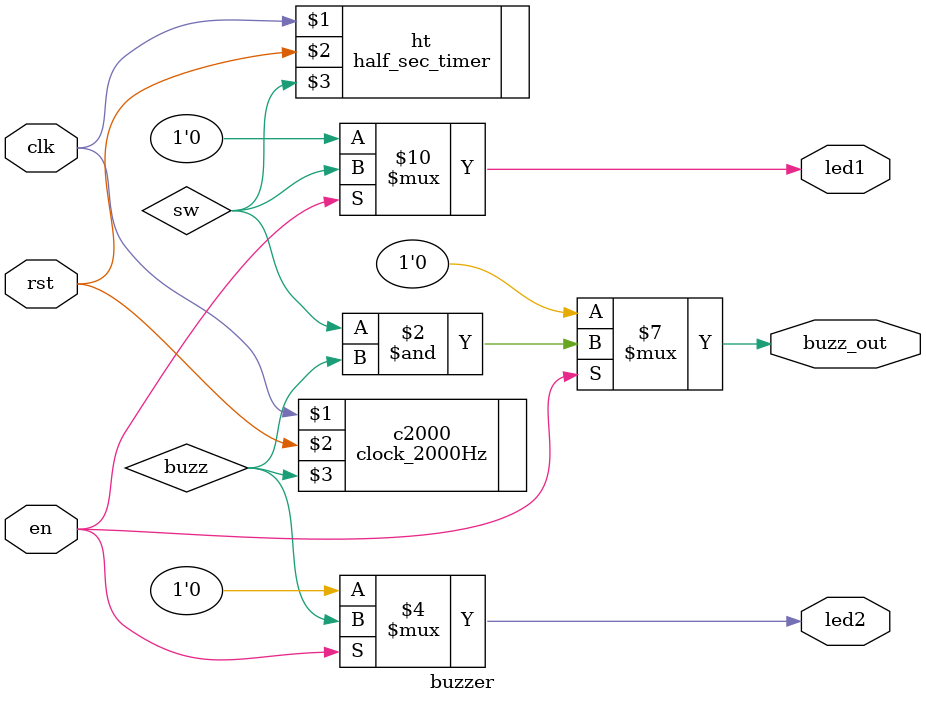
<source format=v>
`timescale 1ns / 1ps


module buzzer(
input en,
input rst,
input clk,
output reg buzz_out,
output reg led1,
output reg led2
    );
    wire buzz;
    wire sw;
    //assign led1=clk;
    clock_2000Hz c2000(clk,rst,buzz);
    half_sec_timer ht(clk,rst,sw);
    always@(*) begin
        if(en) begin
            led1 = sw;
            buzz_out = sw & buzz;
            led2 = buzz;
            end
        else begin
            led1 =0;
            led2 = 0;
            buzz_out = 0;
            end
        end
endmodule

</source>
